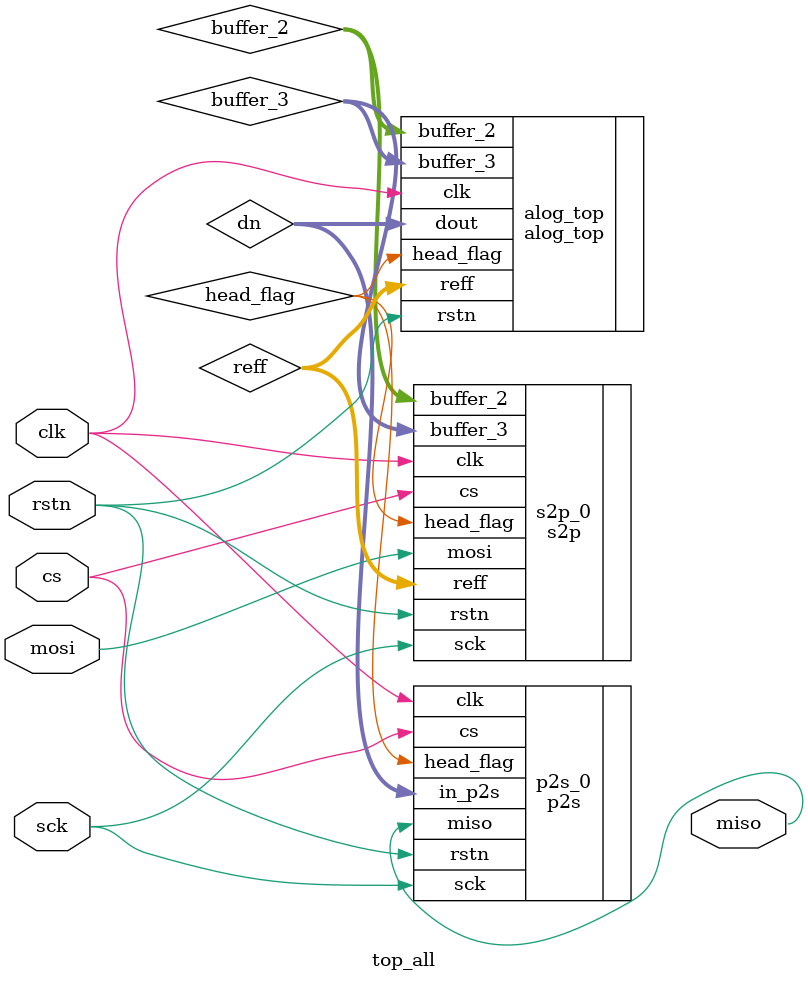
<source format=v>
`timescale 1ns/1ps

module top_all(clk, miso, mosi, sck, cs, rstn);
input clk, mosi, sck, cs, rstn; 
output miso;

wire [13:0] buffer_2, buffer_3, reff, dn;   

s2p s2p_0 (.mosi(mosi),
           .sck(sck),
           .cs(cs),
           .rstn(rstn),
           .clk(clk),
           .buffer_2(buffer_2),
           .buffer_3(buffer_3),
           .reff(reff),
           .head_flag(head_flag)        
);   

p2s p2s_0 (.sck(sck),
           .head_flag(head_flag),           
	   .cs(cs),
           .rstn(rstn),
           .clk(clk),  
	   .in_p2s(dn),    
	   .miso(miso)
);   


alog_top alog_top (.rstn(rstn),
		   .clk(clk),
		   .buffer_2(buffer_2),
		   .buffer_3(buffer_3),
                   .reff(reff),
                   .head_flag(head_flag),
		   .dout(dn)
);
       
endmodule

</source>
